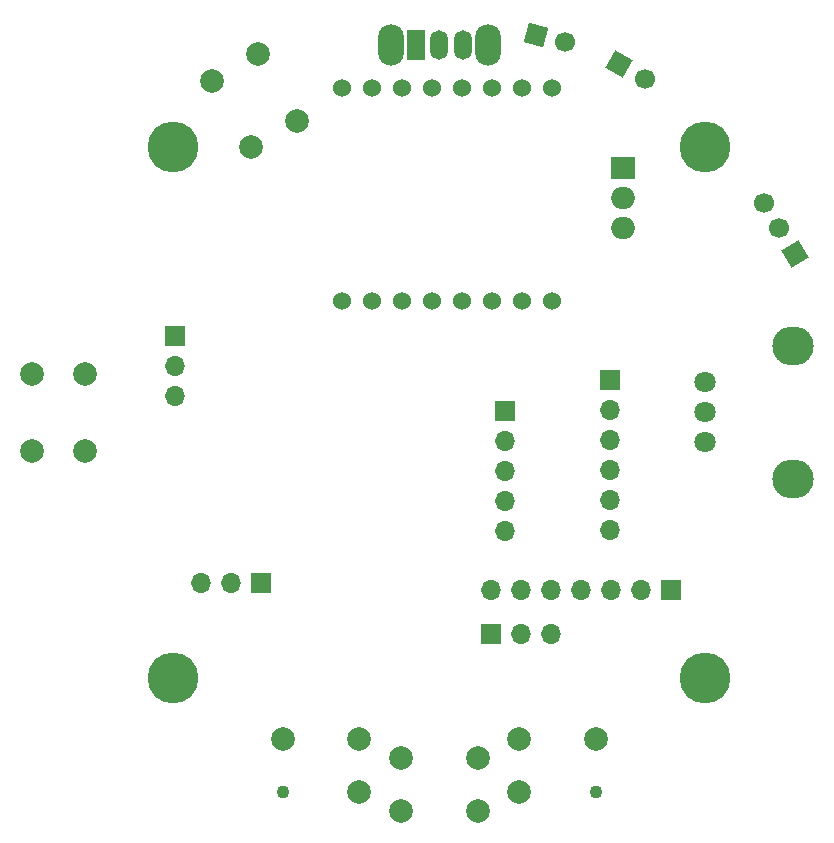
<source format=gbs>
%TF.GenerationSoftware,KiCad,Pcbnew,8.0.4*%
%TF.CreationDate,2024-08-29T16:54:05+02:00*%
%TF.ProjectId,smartEggTimer,736d6172-7445-4676-9754-696d65722e6b,rev?*%
%TF.SameCoordinates,Original*%
%TF.FileFunction,Soldermask,Bot*%
%TF.FilePolarity,Negative*%
%FSLAX46Y46*%
G04 Gerber Fmt 4.6, Leading zero omitted, Abs format (unit mm)*
G04 Created by KiCad (PCBNEW 8.0.4) date 2024-08-29 16:54:05*
%MOMM*%
%LPD*%
G01*
G04 APERTURE LIST*
G04 Aperture macros list*
%AMHorizOval*
0 Thick line with rounded ends*
0 $1 width*
0 $2 $3 position (X,Y) of the first rounded end (center of the circle)*
0 $4 $5 position (X,Y) of the second rounded end (center of the circle)*
0 Add line between two ends*
20,1,$1,$2,$3,$4,$5,0*
0 Add two circle primitives to create the rounded ends*
1,1,$1,$2,$3*
1,1,$1,$4,$5*%
%AMRotRect*
0 Rectangle, with rotation*
0 The origin of the aperture is its center*
0 $1 length*
0 $2 width*
0 $3 Rotation angle, in degrees counterclockwise*
0 Add horizontal line*
21,1,$1,$2,0,0,$3*%
G04 Aperture macros list end*
%ADD10C,1.800000*%
%ADD11O,3.500000X3.300000*%
%ADD12C,1.100000*%
%ADD13C,2.000000*%
%ADD14R,1.700000X1.700000*%
%ADD15O,1.700000X1.700000*%
%ADD16C,1.524000*%
%ADD17C,4.300000*%
%ADD18RotRect,1.700000X1.700000X60.000000*%
%ADD19HorizOval,1.700000X0.000000X0.000000X0.000000X0.000000X0*%
%ADD20RotRect,1.700000X1.700000X211.000000*%
%ADD21HorizOval,1.700000X0.000000X0.000000X0.000000X0.000000X0*%
%ADD22R,2.000000X1.905000*%
%ADD23O,2.000000X1.905000*%
%ADD24RotRect,1.700000X1.700000X75.000000*%
%ADD25HorizOval,1.700000X0.000000X0.000000X0.000000X0.000000X0*%
%ADD26O,2.200000X3.500000*%
%ADD27R,1.500000X2.500000*%
%ADD28O,1.500000X2.500000*%
G04 APERTURE END LIST*
D10*
%TO.C,SW2*%
X122489000Y-97460000D03*
X122489000Y-102540000D03*
D11*
X129989000Y-94400000D03*
D10*
X122489000Y-100000000D03*
D11*
X129989000Y-105600000D03*
%TD*%
D12*
%TO.C,SW6*%
X113250000Y-132120000D03*
D13*
X106750000Y-132120000D03*
X113250000Y-127620000D03*
X106750000Y-127620000D03*
%TD*%
D14*
%TO.C,J7*%
X77600000Y-93520000D03*
D15*
X77600000Y-96060000D03*
X77600000Y-98600000D03*
%TD*%
D14*
%TO.C,J2*%
X104425000Y-118725000D03*
D15*
X106965000Y-118725000D03*
X109505000Y-118725000D03*
%TD*%
D13*
%TO.C,SW4*%
X103250000Y-133750000D03*
X96750000Y-133750000D03*
X103250000Y-129250000D03*
X96750000Y-129250000D03*
%TD*%
%TO.C,SW3*%
X65500000Y-103250000D03*
X65500000Y-96750000D03*
X70000000Y-103250000D03*
X70000000Y-96750000D03*
%TD*%
D16*
%TO.C,DFPlayerMini1*%
X91740000Y-72525000D03*
X94280000Y-72525000D03*
X96820000Y-72525000D03*
X99360000Y-72525000D03*
X101900000Y-72525000D03*
X104440000Y-72525000D03*
X106980000Y-72525000D03*
X109520000Y-72525000D03*
X109520000Y-90559000D03*
X106980000Y-90559000D03*
X104440000Y-90559000D03*
X101900000Y-90559000D03*
X99360000Y-90559000D03*
X96820000Y-90559000D03*
X94280000Y-90559000D03*
X91740000Y-90559000D03*
%TD*%
D12*
%TO.C,SW5*%
X86750000Y-132120000D03*
D13*
X93250000Y-132120000D03*
X93250000Y-127620000D03*
X86750000Y-127620000D03*
%TD*%
D14*
%TO.C,J1*%
X105600000Y-99840000D03*
D15*
X105600000Y-102380000D03*
X105600000Y-104920000D03*
X105600000Y-107460000D03*
X105600000Y-110000000D03*
%TD*%
D17*
%TO.C,H2*%
X122500000Y-77500000D03*
%TD*%
%TO.C,H8*%
X122500000Y-122500000D03*
%TD*%
%TO.C,H1*%
X77500000Y-77500000D03*
%TD*%
D18*
%TO.C,J5*%
X115200000Y-70530000D03*
D19*
X117399705Y-71800000D03*
%TD*%
D20*
%TO.C,J8*%
X130108197Y-86577205D03*
D21*
X128800000Y-84400000D03*
X127491804Y-82222795D03*
%TD*%
D14*
%TO.C,J3*%
X84925000Y-114400000D03*
D15*
X82385000Y-114400000D03*
X79845000Y-114400000D03*
%TD*%
D14*
%TO.C,J4*%
X114475000Y-97260000D03*
D15*
X114475000Y-99800000D03*
X114475000Y-102340000D03*
X114475000Y-104880000D03*
X114475000Y-107420000D03*
X114475000Y-109960000D03*
%TD*%
D22*
%TO.C,Q1*%
X115550000Y-79310000D03*
D23*
X115550000Y-81850000D03*
X115550000Y-84390000D03*
%TD*%
D14*
%TO.C,OLED-15W-C1*%
X119640000Y-115000000D03*
D15*
X117100000Y-115000000D03*
X114560000Y-115000000D03*
X112020000Y-115000000D03*
X109480000Y-115000000D03*
X106940000Y-115000000D03*
X104400000Y-115000000D03*
%TD*%
D17*
%TO.C,H3*%
X77500000Y-122500000D03*
%TD*%
D24*
%TO.C,J6*%
X108200000Y-68000000D03*
D25*
X110653452Y-68657400D03*
%TD*%
D26*
%TO.C,SW7*%
X95900000Y-68890001D03*
X104100002Y-68889999D03*
D27*
X98000001Y-68890000D03*
D28*
X100000000Y-68890000D03*
X102000002Y-68890000D03*
%TD*%
D13*
%TO.C,SW1*%
X87925000Y-75304165D03*
X84675000Y-69675000D03*
X84027886Y-77554166D03*
X80777885Y-71925000D03*
%TD*%
M02*

</source>
